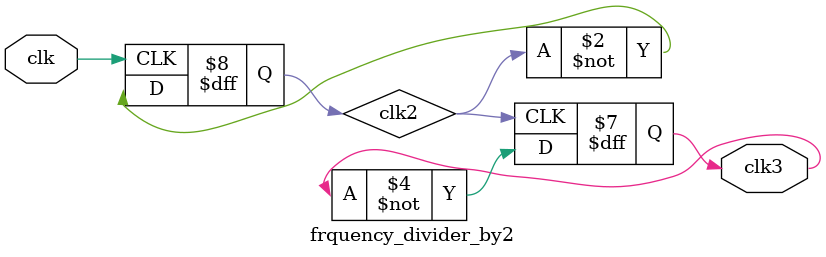
<source format=v>
module frquency_divider_by2 ( clk ,clk3 );
output clk3 ;
reg clk2, clk3 ;
input clk ;
wire clk ;
initial clk2 = 0;
initial clk3 = 0;
 always @ (posedge (clk)) begin
   clk2 <= ~clk2;
 end
 always @ (posedge (clk2)) begin
  clk3 <= ~clk3;
 end
endmodule
</source>
